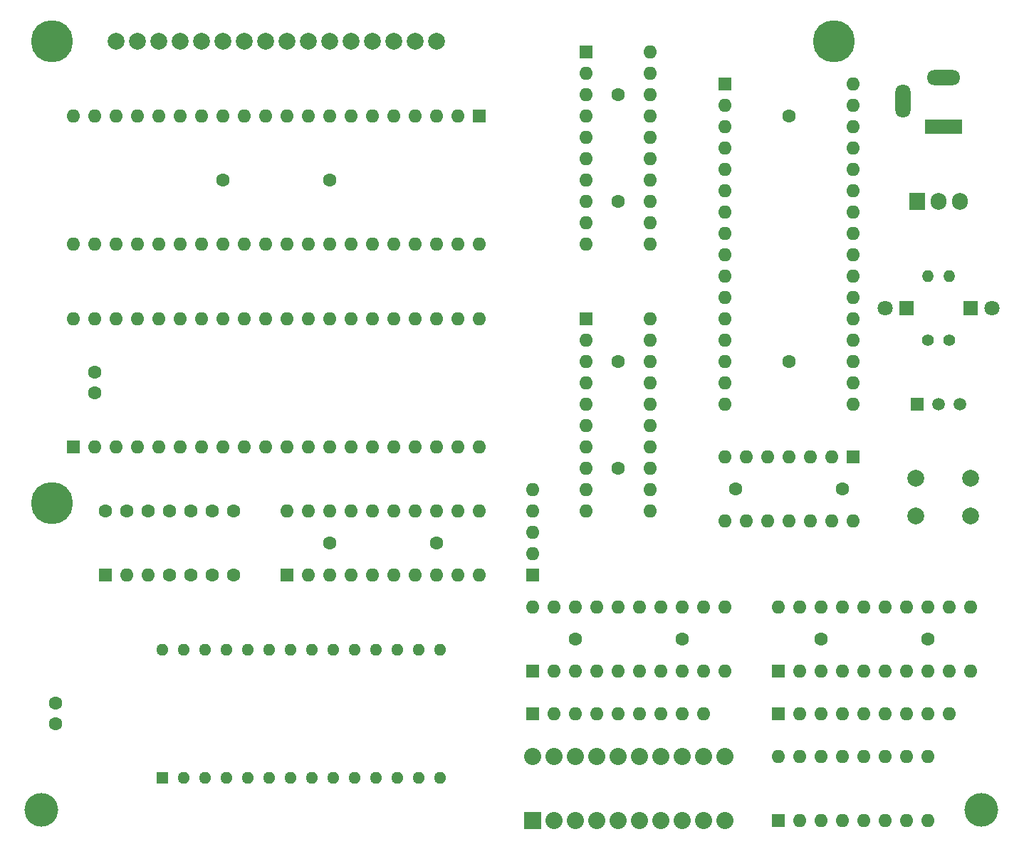
<source format=gbr>
%TF.GenerationSoftware,KiCad,Pcbnew,7.0.7*%
%TF.CreationDate,2023-09-27T12:16:48+03:00*%
%TF.ProjectId,main,6d61696e-2e6b-4696-9361-645f70636258,rev?*%
%TF.SameCoordinates,Original*%
%TF.FileFunction,Soldermask,Top*%
%TF.FilePolarity,Negative*%
%FSLAX46Y46*%
G04 Gerber Fmt 4.6, Leading zero omitted, Abs format (unit mm)*
G04 Created by KiCad (PCBNEW 7.0.7) date 2023-09-27 12:16:48*
%MOMM*%
%LPD*%
G01*
G04 APERTURE LIST*
%ADD10R,1.800000X1.800000*%
%ADD11C,1.800000*%
%ADD12R,1.600000X1.600000*%
%ADD13O,1.600000X1.600000*%
%ADD14C,1.600000*%
%ADD15C,4.000000*%
%ADD16R,1.440000X1.440000*%
%ADD17O,1.440000X1.440000*%
%ADD18R,4.400000X1.800000*%
%ADD19O,4.000000X1.800000*%
%ADD20O,1.800000X4.000000*%
%ADD21C,1.400000*%
%ADD22O,1.400000X1.400000*%
%ADD23C,5.000000*%
%ADD24C,2.000000*%
%ADD25R,1.500000X1.500000*%
%ADD26C,1.500000*%
%ADD27R,2.032000X2.032000*%
%ADD28C,2.032000*%
%ADD29R,1.905000X2.000000*%
%ADD30O,1.905000X2.000000*%
G04 APERTURE END LIST*
D10*
%TO.C,D1*%
X121920000Y73660000D03*
D11*
X119380000Y73660000D03*
%TD*%
D12*
%TO.C,U4*%
X83820000Y72390000D03*
D13*
X83820000Y69850000D03*
X83820000Y67310000D03*
X83820000Y64770000D03*
X83820000Y62230000D03*
X83820000Y59690000D03*
X83820000Y57150000D03*
X83820000Y54610000D03*
X83820000Y52070000D03*
X83820000Y49530000D03*
X91440000Y49530000D03*
X91440000Y52070000D03*
X91440000Y54610000D03*
X91440000Y57150000D03*
X91440000Y59690000D03*
X91440000Y62230000D03*
X91440000Y64770000D03*
X91440000Y67310000D03*
X91440000Y69850000D03*
X91440000Y72390000D03*
%TD*%
D14*
%TO.C,C2*%
X40640000Y88900000D03*
X53340000Y88900000D03*
%TD*%
D12*
%TO.C,RN4*%
X106680000Y25400000D03*
D13*
X109220000Y25400000D03*
X111760000Y25400000D03*
X114300000Y25400000D03*
X116840000Y25400000D03*
X119380000Y25400000D03*
X121920000Y25400000D03*
X124460000Y25400000D03*
X127000000Y25400000D03*
%TD*%
D15*
%TO.C,H1*%
X19050000Y13970000D03*
%TD*%
D14*
%TO.C,C10*%
X111760000Y34290000D03*
X124460000Y34290000D03*
%TD*%
D12*
%TO.C,U1*%
X22860000Y57150000D03*
D13*
X25400000Y57150000D03*
X27940000Y57150000D03*
X30480000Y57150000D03*
X33020000Y57150000D03*
X35560000Y57150000D03*
X38100000Y57150000D03*
X40640000Y57150000D03*
X43180000Y57150000D03*
X45720000Y57150000D03*
X48260000Y57150000D03*
X50800000Y57150000D03*
X53340000Y57150000D03*
X55880000Y57150000D03*
X58420000Y57150000D03*
X60960000Y57150000D03*
X63500000Y57150000D03*
X66040000Y57150000D03*
X68580000Y57150000D03*
X71120000Y57150000D03*
X71120000Y72390000D03*
X68580000Y72390000D03*
X66040000Y72390000D03*
X63500000Y72390000D03*
X60960000Y72390000D03*
X58420000Y72390000D03*
X55880000Y72390000D03*
X53340000Y72390000D03*
X50800000Y72390000D03*
X48260000Y72390000D03*
X45720000Y72390000D03*
X43180000Y72390000D03*
X40640000Y72390000D03*
X38100000Y72390000D03*
X35560000Y72390000D03*
X33020000Y72390000D03*
X30480000Y72390000D03*
X27940000Y72390000D03*
X25400000Y72390000D03*
X22860000Y72390000D03*
%TD*%
D14*
%TO.C,C5*%
X87630000Y67310000D03*
X87630000Y54610000D03*
%TD*%
%TO.C,C7*%
X53340000Y45720000D03*
X66040000Y45720000D03*
%TD*%
D12*
%TO.C,U14*%
X106680000Y30480000D03*
D13*
X109220000Y30480000D03*
X111760000Y30480000D03*
X114300000Y30480000D03*
X116840000Y30480000D03*
X119380000Y30480000D03*
X121920000Y30480000D03*
X124460000Y30480000D03*
X127000000Y30480000D03*
X129540000Y30480000D03*
X129540000Y38100000D03*
X127000000Y38100000D03*
X124460000Y38100000D03*
X121920000Y38100000D03*
X119380000Y38100000D03*
X116840000Y38100000D03*
X114300000Y38100000D03*
X111760000Y38100000D03*
X109220000Y38100000D03*
X106680000Y38100000D03*
%TD*%
D14*
%TO.C,C3*%
X25400000Y66040000D03*
X25400000Y63540000D03*
%TD*%
D16*
%TO.C,U2*%
X33420000Y17780000D03*
D17*
X35960000Y17780000D03*
X38500000Y17780000D03*
X41040000Y17780000D03*
X43580000Y17780000D03*
X46120000Y17780000D03*
X48660000Y17780000D03*
X51200000Y17780000D03*
X53740000Y17780000D03*
X56280000Y17780000D03*
X58820000Y17780000D03*
X61360000Y17780000D03*
X63900000Y17780000D03*
X66440000Y17780000D03*
X66440000Y33020000D03*
X63900000Y33020000D03*
X61360000Y33020000D03*
X58820000Y33020000D03*
X56280000Y33020000D03*
X53740000Y33020000D03*
X51200000Y33020000D03*
X48660000Y33020000D03*
X46120000Y33020000D03*
X43580000Y33020000D03*
X41040000Y33020000D03*
X38500000Y33020000D03*
X35960000Y33020000D03*
X33420000Y33020000D03*
%TD*%
D14*
%TO.C,C6*%
X107950000Y96520000D03*
X107950000Y67310000D03*
%TD*%
D10*
%TO.C,D2*%
X129540000Y73660000D03*
D11*
X132080000Y73660000D03*
%TD*%
D14*
%TO.C,C4*%
X87630000Y99060000D03*
X87630000Y86360000D03*
%TD*%
D12*
%TO.C,RN3*%
X77470000Y25400000D03*
D13*
X80010000Y25400000D03*
X82550000Y25400000D03*
X85090000Y25400000D03*
X87630000Y25400000D03*
X90170000Y25400000D03*
X92710000Y25400000D03*
X95250000Y25400000D03*
X97790000Y25400000D03*
%TD*%
D15*
%TO.C,H2*%
X130810000Y13970000D03*
%TD*%
D18*
%TO.C,J1*%
X126330000Y95250000D03*
D19*
X126330000Y101050000D03*
D20*
X121530000Y98250000D03*
%TD*%
D12*
%TO.C,U13*%
X77470000Y30480000D03*
D13*
X80010000Y30480000D03*
X82550000Y30480000D03*
X85090000Y30480000D03*
X87630000Y30480000D03*
X90170000Y30480000D03*
X92710000Y30480000D03*
X95250000Y30480000D03*
X97790000Y30480000D03*
X100330000Y30480000D03*
X100330000Y38100000D03*
X97790000Y38100000D03*
X95250000Y38100000D03*
X92710000Y38100000D03*
X90170000Y38100000D03*
X87630000Y38100000D03*
X85090000Y38100000D03*
X82550000Y38100000D03*
X80010000Y38100000D03*
X77470000Y38100000D03*
%TD*%
D12*
%TO.C,RN1*%
X77470000Y41890000D03*
D13*
X77470000Y44430000D03*
X77470000Y46970000D03*
X77470000Y49510000D03*
X77470000Y52050000D03*
%TD*%
D21*
%TO.C,R3*%
X127000000Y69850000D03*
D22*
X127000000Y77470000D03*
%TD*%
D14*
%TO.C,U11*%
X34290000Y49530000D03*
X34290000Y41910000D03*
D12*
X26670000Y41910000D03*
D13*
X29210000Y41910000D03*
X31750000Y41910000D03*
D14*
X36830000Y41910000D03*
X39370000Y41910000D03*
X41910000Y41910000D03*
X41910000Y49530000D03*
X39370000Y49530000D03*
X36830000Y49530000D03*
X31750000Y49530000D03*
X29210000Y49530000D03*
X26670000Y49530000D03*
%TD*%
D12*
%TO.C,U3*%
X100330000Y100330000D03*
D13*
X100330000Y97790000D03*
X100330000Y95250000D03*
X100330000Y92710000D03*
X100330000Y90170000D03*
X100330000Y87630000D03*
X100330000Y85090000D03*
X100330000Y82550000D03*
X100330000Y80010000D03*
X100330000Y77470000D03*
X100330000Y74930000D03*
X100330000Y72390000D03*
X100330000Y69850000D03*
X100330000Y67310000D03*
X100330000Y64770000D03*
X100330000Y62230000D03*
X115570000Y62230000D03*
X115570000Y64770000D03*
X115570000Y67310000D03*
X115570000Y69850000D03*
X115570000Y72390000D03*
X115570000Y74930000D03*
X115570000Y77470000D03*
X115570000Y80010000D03*
X115570000Y82550000D03*
X115570000Y85090000D03*
X115570000Y87630000D03*
X115570000Y90170000D03*
X115570000Y92710000D03*
X115570000Y95250000D03*
X115570000Y97790000D03*
X115570000Y100330000D03*
%TD*%
D12*
%TO.C,SW6*%
X106680000Y12700000D03*
D13*
X109220000Y12700000D03*
X111760000Y12700000D03*
X114300000Y12700000D03*
X116840000Y12700000D03*
X119380000Y12700000D03*
X121920000Y12700000D03*
X124460000Y12700000D03*
X124460000Y20320000D03*
X121920000Y20320000D03*
X119380000Y20320000D03*
X116840000Y20320000D03*
X114300000Y20320000D03*
X111760000Y20320000D03*
X109220000Y20320000D03*
X106680000Y20320000D03*
%TD*%
D14*
%TO.C,C8*%
X101600000Y52150000D03*
X114300000Y52150000D03*
%TD*%
%TO.C,C11*%
X20720000Y26670000D03*
X20720000Y24170000D03*
%TD*%
D23*
%TO.C,LCD1*%
X20320000Y105410000D03*
X20320000Y50450000D03*
D24*
X33020000Y105410000D03*
X63500000Y105410000D03*
X66040000Y105410000D03*
D23*
X113280000Y105410000D03*
D24*
X27940000Y105410000D03*
X30480000Y105410000D03*
X35560000Y105410000D03*
X38100000Y105410000D03*
X40640000Y105410000D03*
X43180000Y105410000D03*
X45720000Y105410000D03*
X48260000Y105410000D03*
X50800000Y105410000D03*
X53340000Y105410000D03*
X55880000Y105410000D03*
X58420000Y105410000D03*
X60960000Y105410000D03*
%TD*%
D12*
%TO.C,U12*%
X71120000Y96520000D03*
D13*
X68580000Y96520000D03*
X66040000Y96520000D03*
X63500000Y96520000D03*
X60960000Y96520000D03*
X58420000Y96520000D03*
X55880000Y96520000D03*
X53340000Y96520000D03*
X50800000Y96520000D03*
X48260000Y96520000D03*
X45720000Y96520000D03*
X43180000Y96520000D03*
X40640000Y96520000D03*
X38100000Y96520000D03*
X35560000Y96520000D03*
X33020000Y96520000D03*
X30480000Y96520000D03*
X27940000Y96520000D03*
X25400000Y96520000D03*
X22860000Y96520000D03*
X22860000Y81280000D03*
X25400000Y81280000D03*
X27940000Y81280000D03*
X30480000Y81280000D03*
X33020000Y81280000D03*
X35560000Y81280000D03*
X38100000Y81280000D03*
X40640000Y81280000D03*
X43180000Y81280000D03*
X45720000Y81280000D03*
X48260000Y81280000D03*
X50800000Y81280000D03*
X53340000Y81280000D03*
X55880000Y81280000D03*
X58420000Y81280000D03*
X60960000Y81280000D03*
X63500000Y81280000D03*
X66040000Y81280000D03*
X68580000Y81280000D03*
X71120000Y81280000D03*
%TD*%
D25*
%TO.C,U7*%
X123190000Y62230000D03*
D26*
X125730000Y62230000D03*
X128270000Y62230000D03*
%TD*%
D14*
%TO.C,C9*%
X82550000Y34290000D03*
X95250000Y34290000D03*
%TD*%
D21*
%TO.C,R2*%
X124460000Y69850000D03*
D22*
X124460000Y77470000D03*
%TD*%
D13*
%TO.C,U8*%
X115570000Y48340000D03*
X113030000Y48340000D03*
X110490000Y48340000D03*
X107950000Y48340000D03*
X105410000Y48340000D03*
X102870000Y48340000D03*
X100330000Y48340000D03*
X100330000Y55960000D03*
X102870000Y55960000D03*
X105410000Y55960000D03*
X107950000Y55960000D03*
X110490000Y55960000D03*
X113030000Y55960000D03*
D12*
X115570000Y55960000D03*
%TD*%
%TO.C,U6*%
X48260000Y41910000D03*
D13*
X50800000Y41910000D03*
X53340000Y41910000D03*
X55880000Y41910000D03*
X58420000Y41910000D03*
X60960000Y41910000D03*
X63500000Y41910000D03*
X66040000Y41910000D03*
X68580000Y41910000D03*
X71120000Y41910000D03*
X71120000Y49530000D03*
X68580000Y49530000D03*
X66040000Y49530000D03*
X63500000Y49530000D03*
X60960000Y49530000D03*
X58420000Y49530000D03*
X55880000Y49530000D03*
X53340000Y49530000D03*
X50800000Y49530000D03*
X48260000Y49530000D03*
%TD*%
D27*
%TO.C,BAR1*%
X77470000Y12700000D03*
D28*
X80010000Y12700000D03*
X82550000Y12700000D03*
X85090000Y12700000D03*
X87630000Y12700000D03*
X90170000Y12700000D03*
X92710000Y12700000D03*
X95250000Y12700000D03*
X97790000Y12700000D03*
X100330000Y12700000D03*
X100330000Y20320000D03*
X97790000Y20320000D03*
X95250000Y20320000D03*
X92710000Y20320000D03*
X90170000Y20320000D03*
X87630000Y20320000D03*
X85090000Y20320000D03*
X82550000Y20320000D03*
X80010000Y20320000D03*
X77470000Y20320000D03*
%TD*%
D12*
%TO.C,U5*%
X83820000Y104140000D03*
D13*
X83820000Y101600000D03*
X83820000Y99060000D03*
X83820000Y96520000D03*
X83820000Y93980000D03*
X83820000Y91440000D03*
X83820000Y88900000D03*
X83820000Y86360000D03*
X83820000Y83820000D03*
X83820000Y81280000D03*
X91440000Y81280000D03*
X91440000Y83820000D03*
X91440000Y86360000D03*
X91440000Y88900000D03*
X91440000Y91440000D03*
X91440000Y93980000D03*
X91440000Y96520000D03*
X91440000Y99060000D03*
X91440000Y101600000D03*
X91440000Y104140000D03*
%TD*%
D24*
%TO.C,SW1*%
X129540000Y48895000D03*
X123040000Y48895000D03*
X129540000Y53395000D03*
X123040000Y53395000D03*
%TD*%
D29*
%TO.C,U10*%
X123190000Y86360000D03*
D30*
X125730000Y86360000D03*
X128270000Y86360000D03*
%TD*%
M02*

</source>
